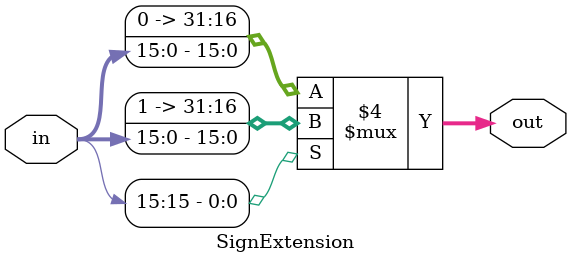
<source format=v>
`timescale 1ns / 1ps


module SignExtension(in, out);

    /* A 16-Bit input word */
    input [15:0] in;
    
    /* A 32-Bit output word */
    output reg [31:0] out;
    
    always @(*)
    begin
        if (in[15] == 1)
        begin
            out <= {16'b1111111111111111, in};
        end
        else 
        begin
            out <= {16'b0, in};
        end
    end
endmodule

</source>
